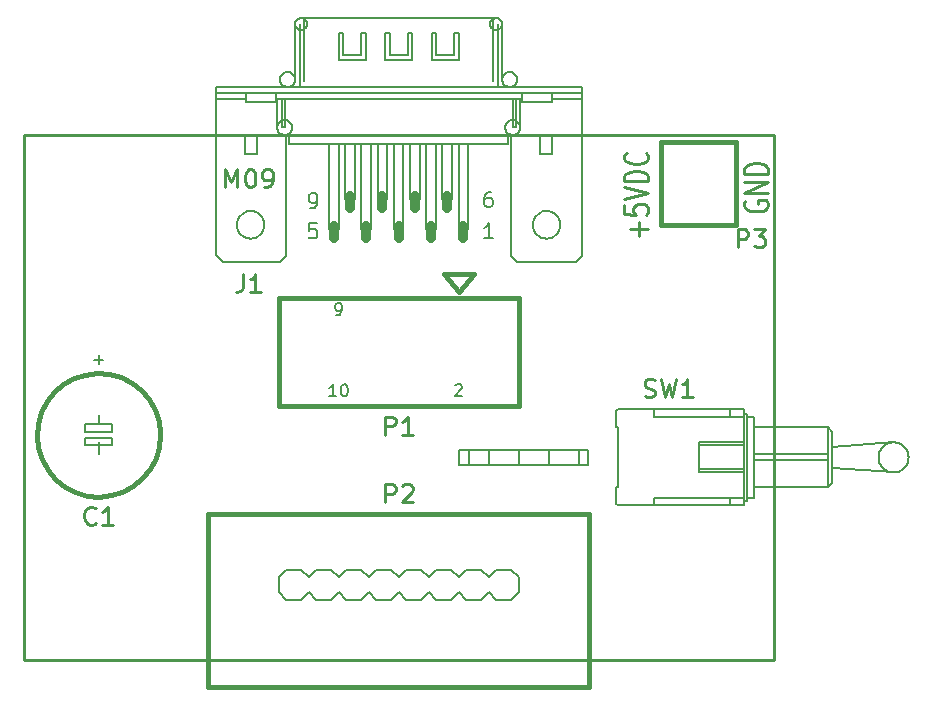
<source format=gto>
G04 (created by PCBNEW-RS274X (2010-03-14)-final) date Tue 08 Feb 2011 04:32:16 PM PST*
G01*
G70*
G90*
%MOIN*%
G04 Gerber Fmt 3.4, Leading zero omitted, Abs format*
%FSLAX34Y34*%
G04 APERTURE LIST*
%ADD10C,0.006000*%
%ADD11C,0.009000*%
%ADD12C,0.010000*%
%ADD13C,0.008000*%
%ADD14C,0.032000*%
%ADD15C,0.015000*%
%ADD16C,0.005000*%
%ADD17C,0.006700*%
G04 APERTURE END LIST*
G54D10*
G54D11*
X38500Y-39000D02*
X38500Y-56500D01*
X63500Y-39000D02*
X38500Y-39000D01*
X63500Y-56500D02*
X63500Y-39000D01*
X38500Y-56500D02*
X63500Y-56500D01*
G54D12*
X59019Y-42371D02*
X59019Y-41914D01*
X59324Y-42143D02*
X58714Y-42143D01*
X58524Y-41342D02*
X58524Y-41628D01*
X58905Y-41657D01*
X58867Y-41628D01*
X58829Y-41571D01*
X58829Y-41428D01*
X58867Y-41371D01*
X58905Y-41342D01*
X58981Y-41314D01*
X59171Y-41314D01*
X59248Y-41342D01*
X59286Y-41371D01*
X59324Y-41428D01*
X59324Y-41571D01*
X59286Y-41628D01*
X59248Y-41657D01*
X58524Y-41143D02*
X59324Y-40943D01*
X58524Y-40743D01*
X59324Y-40543D02*
X58524Y-40543D01*
X58524Y-40400D01*
X58562Y-40315D01*
X58638Y-40257D01*
X58714Y-40229D01*
X58867Y-40200D01*
X58981Y-40200D01*
X59133Y-40229D01*
X59210Y-40257D01*
X59286Y-40315D01*
X59324Y-40400D01*
X59324Y-40543D01*
X59248Y-39600D02*
X59286Y-39629D01*
X59324Y-39715D01*
X59324Y-39772D01*
X59286Y-39857D01*
X59210Y-39915D01*
X59133Y-39943D01*
X58981Y-39972D01*
X58867Y-39972D01*
X58714Y-39943D01*
X58638Y-39915D01*
X58562Y-39857D01*
X58524Y-39772D01*
X58524Y-39715D01*
X58562Y-39629D01*
X58600Y-39600D01*
X62562Y-41207D02*
X62524Y-41264D01*
X62524Y-41350D01*
X62562Y-41435D01*
X62638Y-41493D01*
X62714Y-41521D01*
X62867Y-41550D01*
X62981Y-41550D01*
X63133Y-41521D01*
X63210Y-41493D01*
X63286Y-41435D01*
X63324Y-41350D01*
X63324Y-41293D01*
X63286Y-41207D01*
X63248Y-41178D01*
X62981Y-41178D01*
X62981Y-41293D01*
X63324Y-40921D02*
X62524Y-40921D01*
X63324Y-40578D01*
X62524Y-40578D01*
X63324Y-40292D02*
X62524Y-40292D01*
X62524Y-40149D01*
X62562Y-40064D01*
X62638Y-40006D01*
X62714Y-39978D01*
X62867Y-39949D01*
X62981Y-39949D01*
X63133Y-39978D01*
X63210Y-40006D01*
X63286Y-40064D01*
X63324Y-40149D01*
X63324Y-40292D01*
G54D13*
X47200Y-37800D02*
X47100Y-37800D01*
X47100Y-37800D02*
X47100Y-38750D01*
X47200Y-38750D02*
X47100Y-38750D01*
X47200Y-37800D02*
X47200Y-38750D01*
X54900Y-37800D02*
X54800Y-37800D01*
X54800Y-37800D02*
X54800Y-38750D01*
X54900Y-38750D02*
X54800Y-38750D01*
X54900Y-37800D02*
X54900Y-38750D01*
X46270Y-39000D02*
X45870Y-39000D01*
X45870Y-39000D02*
X45870Y-39650D01*
X46270Y-39650D02*
X45870Y-39650D01*
X46270Y-39000D02*
X46270Y-39650D01*
X56130Y-39000D02*
X55730Y-39000D01*
X55730Y-39000D02*
X55730Y-39650D01*
X56130Y-39650D02*
X55730Y-39650D01*
X56130Y-39000D02*
X56130Y-39650D01*
X54650Y-39000D02*
X47350Y-39000D01*
X47350Y-39000D02*
X47350Y-39300D01*
X54650Y-39300D02*
X47350Y-39300D01*
X54650Y-39000D02*
X54650Y-39300D01*
X57100Y-37400D02*
X44900Y-37400D01*
X44900Y-37400D02*
X44900Y-37600D01*
X57100Y-37600D02*
X44900Y-37600D01*
X57100Y-37400D02*
X57100Y-37600D01*
X53320Y-39300D02*
X53000Y-39300D01*
X53000Y-39300D02*
X53000Y-42150D01*
X53320Y-42150D02*
X53000Y-42150D01*
X53320Y-39300D02*
X53320Y-42150D01*
X52780Y-39300D02*
X52460Y-39300D01*
X52460Y-39300D02*
X52460Y-41150D01*
X52780Y-41150D02*
X52460Y-41150D01*
X52780Y-39300D02*
X52780Y-41150D01*
X52240Y-39300D02*
X51920Y-39300D01*
X51920Y-39300D02*
X51920Y-42150D01*
X52240Y-42150D02*
X51920Y-42150D01*
X52240Y-39300D02*
X52240Y-42150D01*
X51700Y-39300D02*
X51380Y-39300D01*
X51380Y-39300D02*
X51380Y-41150D01*
X51700Y-41150D02*
X51380Y-41150D01*
X51700Y-39300D02*
X51700Y-41150D01*
X51160Y-39300D02*
X50840Y-39300D01*
X50840Y-39300D02*
X50840Y-42150D01*
X51160Y-42150D02*
X50840Y-42150D01*
X51160Y-39300D02*
X51160Y-42150D01*
X50620Y-39300D02*
X50300Y-39300D01*
X50300Y-39300D02*
X50300Y-41150D01*
X50620Y-41150D02*
X50300Y-41150D01*
X50620Y-39300D02*
X50620Y-41150D01*
X50080Y-39300D02*
X49760Y-39300D01*
X49760Y-39300D02*
X49760Y-42150D01*
X50080Y-42150D02*
X49760Y-42150D01*
X50080Y-39300D02*
X50080Y-42150D01*
X49540Y-39300D02*
X49220Y-39300D01*
X49220Y-39300D02*
X49220Y-41150D01*
X49540Y-41150D02*
X49220Y-41150D01*
X49540Y-39300D02*
X49540Y-41150D01*
X49000Y-39300D02*
X48680Y-39300D01*
X48680Y-39300D02*
X48680Y-42150D01*
X49000Y-42150D02*
X48680Y-42150D01*
X49000Y-39300D02*
X49000Y-42150D01*
G54D10*
X47750Y-35101D02*
X47850Y-35101D01*
X47700Y-37400D02*
X47700Y-35300D01*
X47700Y-37400D02*
X54300Y-37400D01*
X54300Y-37400D02*
X54300Y-35300D01*
X44900Y-39000D02*
X46900Y-39000D01*
X44900Y-39000D02*
X44900Y-37800D01*
X44900Y-39000D02*
X44900Y-39050D01*
X44900Y-37800D02*
X45900Y-37800D01*
X44900Y-37800D02*
X44900Y-37600D01*
X44900Y-37600D02*
X44900Y-37400D01*
X57100Y-37400D02*
X57100Y-37600D01*
X57100Y-37600D02*
X57100Y-37800D01*
X57100Y-37800D02*
X57100Y-39000D01*
X57100Y-39000D02*
X57100Y-39050D01*
X45900Y-37900D02*
X46900Y-37900D01*
X44900Y-37600D02*
X45900Y-37600D01*
X45900Y-37600D02*
X46900Y-37600D01*
X45900Y-37800D02*
X45900Y-37600D01*
X45900Y-37800D02*
X45900Y-37900D01*
X46900Y-37900D02*
X46900Y-37800D01*
X46900Y-37800D02*
X46900Y-37600D01*
X44900Y-39050D02*
X46900Y-39050D01*
X46900Y-39050D02*
X46900Y-39000D01*
X46900Y-37800D02*
X46950Y-37800D01*
X46950Y-37800D02*
X55050Y-37800D01*
X46900Y-39000D02*
X47250Y-39000D01*
X47250Y-39000D02*
X47350Y-39000D01*
X46950Y-38750D02*
X46950Y-37800D01*
X47350Y-39000D02*
X47350Y-39300D01*
X47350Y-39000D02*
X54650Y-39000D01*
X47350Y-39300D02*
X54650Y-39300D01*
X54650Y-39000D02*
X54650Y-39300D01*
X54650Y-39000D02*
X54750Y-39000D01*
X54750Y-39000D02*
X54800Y-39000D01*
X54800Y-39000D02*
X55100Y-39000D01*
X55100Y-39050D02*
X57100Y-39050D01*
X56100Y-37800D02*
X56100Y-37600D01*
X56100Y-37800D02*
X57100Y-37800D01*
X56100Y-37600D02*
X57100Y-37600D01*
X55100Y-37900D02*
X56100Y-37900D01*
X56100Y-37800D02*
X56100Y-37900D01*
X46900Y-37600D02*
X55100Y-37600D01*
X55100Y-37600D02*
X56100Y-37600D01*
X55100Y-37900D02*
X55100Y-37800D01*
X55100Y-37800D02*
X55100Y-37600D01*
X55050Y-38750D02*
X55050Y-37800D01*
X55050Y-37800D02*
X55100Y-37800D01*
X45150Y-43250D02*
X44900Y-43000D01*
X44900Y-43000D02*
X44900Y-39050D01*
X47050Y-43250D02*
X45150Y-43250D01*
X47050Y-43250D02*
X47250Y-43050D01*
X47250Y-43050D02*
X47250Y-39000D01*
X54750Y-43050D02*
X54750Y-39000D01*
X54750Y-43050D02*
X54950Y-43250D01*
X54950Y-43250D02*
X56900Y-43250D01*
X56900Y-43250D02*
X57100Y-43050D01*
X57100Y-43050D02*
X57100Y-39050D01*
X53000Y-36500D02*
X52100Y-36500D01*
X52100Y-36500D02*
X52100Y-35600D01*
X52100Y-35600D02*
X52250Y-35600D01*
X52250Y-35600D02*
X52250Y-36351D01*
X52250Y-36351D02*
X52850Y-36351D01*
X52850Y-36351D02*
X52850Y-35600D01*
X52850Y-35600D02*
X53000Y-35600D01*
X53000Y-35600D02*
X53000Y-36500D01*
X51450Y-36500D02*
X50550Y-36500D01*
X50550Y-36500D02*
X50550Y-35600D01*
X50550Y-35600D02*
X50700Y-35600D01*
X50700Y-35600D02*
X50700Y-36351D01*
X50700Y-36351D02*
X51300Y-36351D01*
X51300Y-36351D02*
X51300Y-35600D01*
X51300Y-35600D02*
X51450Y-35600D01*
X51450Y-35600D02*
X51450Y-36500D01*
X49900Y-36500D02*
X49000Y-36500D01*
X49000Y-36500D02*
X49000Y-35600D01*
X49000Y-35600D02*
X49150Y-35600D01*
X49150Y-35600D02*
X49150Y-36351D01*
X49150Y-36351D02*
X49750Y-36351D01*
X49750Y-36351D02*
X49750Y-35600D01*
X49750Y-35600D02*
X49900Y-35600D01*
X49900Y-35600D02*
X49900Y-36500D01*
X55100Y-39050D02*
X55100Y-39000D01*
X55100Y-39000D02*
X57100Y-39000D01*
X54300Y-37400D02*
X54700Y-37400D01*
X54700Y-37400D02*
X57100Y-37400D01*
X54449Y-37150D02*
X54449Y-35300D01*
X44900Y-37400D02*
X47300Y-37400D01*
X47300Y-37400D02*
X47700Y-37400D01*
X47551Y-37150D02*
X47551Y-35300D01*
X54150Y-37200D02*
X54150Y-35101D01*
X54150Y-35101D02*
X54250Y-35101D01*
X47850Y-37200D02*
X47850Y-35101D01*
X47850Y-35101D02*
X54150Y-35101D01*
G54D14*
X51000Y-42450D02*
X51000Y-42050D01*
X49920Y-42450D02*
X49920Y-42050D01*
X48840Y-42450D02*
X48840Y-42050D01*
X49380Y-41450D02*
X49380Y-41050D01*
X50460Y-41450D02*
X50460Y-41050D01*
X51540Y-41450D02*
X51540Y-41050D01*
X52080Y-42450D02*
X52080Y-42050D01*
X52620Y-41450D02*
X52620Y-41050D01*
X53160Y-42450D02*
X53160Y-42050D01*
G54D10*
X46529Y-42000D02*
X46520Y-42089D01*
X46494Y-42174D01*
X46452Y-42254D01*
X46395Y-42323D01*
X46326Y-42380D01*
X46247Y-42423D01*
X46162Y-42449D01*
X46073Y-42458D01*
X45984Y-42450D01*
X45899Y-42425D01*
X45819Y-42384D01*
X45749Y-42327D01*
X45692Y-42259D01*
X45649Y-42180D01*
X45622Y-42095D01*
X45612Y-42006D01*
X45619Y-41918D01*
X45644Y-41832D01*
X45685Y-41752D01*
X45740Y-41682D01*
X45809Y-41624D01*
X45887Y-41580D01*
X45972Y-41552D01*
X46061Y-41542D01*
X46149Y-41548D01*
X46235Y-41573D01*
X46315Y-41613D01*
X46386Y-41668D01*
X46445Y-41736D01*
X46489Y-41814D01*
X46517Y-41899D01*
X46528Y-41988D01*
X46529Y-42000D01*
X56389Y-42000D02*
X56380Y-42089D01*
X56354Y-42174D01*
X56312Y-42254D01*
X56255Y-42323D01*
X56186Y-42380D01*
X56107Y-42423D01*
X56022Y-42449D01*
X55933Y-42458D01*
X55844Y-42450D01*
X55759Y-42425D01*
X55679Y-42384D01*
X55609Y-42327D01*
X55552Y-42259D01*
X55509Y-42180D01*
X55482Y-42095D01*
X55472Y-42006D01*
X55479Y-41918D01*
X55504Y-41832D01*
X55545Y-41752D01*
X55600Y-41682D01*
X55669Y-41624D01*
X55747Y-41580D01*
X55832Y-41552D01*
X55921Y-41542D01*
X56009Y-41548D01*
X56095Y-41573D01*
X56175Y-41613D01*
X56246Y-41668D01*
X56305Y-41736D01*
X56349Y-41814D01*
X56377Y-41899D01*
X56388Y-41988D01*
X56389Y-42000D01*
X47750Y-35101D02*
X47733Y-35102D01*
X47716Y-35105D01*
X47699Y-35108D01*
X47682Y-35114D01*
X47666Y-35120D01*
X47651Y-35128D01*
X47636Y-35137D01*
X47623Y-35148D01*
X47610Y-35160D01*
X47598Y-35173D01*
X47587Y-35186D01*
X47578Y-35201D01*
X47570Y-35216D01*
X47564Y-35232D01*
X47558Y-35249D01*
X47555Y-35266D01*
X47552Y-35283D01*
X47551Y-35300D01*
X47552Y-35317D01*
X47555Y-35334D01*
X47558Y-35351D01*
X47564Y-35368D01*
X47570Y-35384D01*
X47578Y-35399D01*
X47587Y-35414D01*
X47598Y-35427D01*
X47610Y-35440D01*
X47623Y-35452D01*
X47636Y-35463D01*
X47651Y-35472D01*
X47666Y-35480D01*
X47682Y-35486D01*
X47699Y-35492D01*
X47716Y-35495D01*
X47733Y-35498D01*
X47750Y-35499D01*
X47767Y-35498D01*
X47784Y-35495D01*
X47801Y-35492D01*
X47818Y-35486D01*
X47834Y-35480D01*
X47849Y-35472D01*
X47864Y-35463D01*
X47877Y-35452D01*
X47890Y-35440D01*
X47902Y-35427D01*
X47913Y-35414D01*
X47922Y-35399D01*
X47930Y-35384D01*
X47936Y-35368D01*
X47942Y-35351D01*
X47945Y-35334D01*
X47948Y-35317D01*
X47949Y-35300D01*
X47948Y-35283D01*
X47945Y-35266D01*
X47942Y-35249D01*
X47936Y-35232D01*
X47930Y-35216D01*
X47922Y-35201D01*
X47913Y-35186D01*
X47902Y-35173D01*
X47890Y-35160D01*
X47877Y-35148D01*
X47864Y-35137D01*
X47849Y-35128D01*
X47834Y-35120D01*
X47818Y-35114D01*
X47801Y-35108D01*
X47784Y-35105D01*
X47767Y-35102D01*
X47750Y-35101D01*
X47733Y-35102D01*
X47716Y-35105D01*
X47699Y-35108D01*
X47682Y-35114D01*
X47666Y-35120D01*
X47651Y-35128D01*
X47636Y-35137D01*
X47623Y-35148D01*
X47610Y-35160D01*
X47598Y-35173D01*
X47587Y-35186D01*
X47578Y-35201D01*
X47570Y-35216D01*
X47564Y-35232D01*
X47558Y-35249D01*
X47555Y-35266D01*
X47552Y-35283D01*
X47551Y-35300D01*
X54449Y-35300D02*
X54448Y-35283D01*
X54445Y-35266D01*
X54442Y-35249D01*
X54436Y-35232D01*
X54430Y-35216D01*
X54422Y-35201D01*
X54413Y-35186D01*
X54402Y-35173D01*
X54390Y-35160D01*
X54377Y-35148D01*
X54364Y-35137D01*
X54349Y-35128D01*
X54334Y-35120D01*
X54318Y-35114D01*
X54301Y-35108D01*
X54284Y-35105D01*
X54267Y-35102D01*
X54250Y-35101D01*
X54233Y-35102D01*
X54216Y-35105D01*
X54199Y-35108D01*
X54182Y-35114D01*
X54166Y-35120D01*
X54151Y-35128D01*
X54136Y-35137D01*
X54123Y-35148D01*
X54110Y-35160D01*
X54098Y-35173D01*
X54087Y-35186D01*
X54078Y-35201D01*
X54070Y-35216D01*
X54064Y-35232D01*
X54058Y-35249D01*
X54055Y-35266D01*
X54052Y-35283D01*
X54051Y-35300D01*
X54052Y-35317D01*
X54055Y-35334D01*
X54058Y-35351D01*
X54064Y-35368D01*
X54070Y-35384D01*
X54078Y-35399D01*
X54087Y-35414D01*
X54098Y-35427D01*
X54110Y-35440D01*
X54123Y-35452D01*
X54136Y-35463D01*
X54151Y-35472D01*
X54166Y-35480D01*
X54182Y-35486D01*
X54199Y-35492D01*
X54216Y-35495D01*
X54233Y-35498D01*
X54250Y-35499D01*
X54267Y-35498D01*
X54284Y-35495D01*
X54301Y-35492D01*
X54318Y-35486D01*
X54334Y-35480D01*
X54349Y-35472D01*
X54364Y-35463D01*
X54377Y-35452D01*
X54390Y-35440D01*
X54402Y-35427D01*
X54413Y-35414D01*
X54422Y-35399D01*
X54430Y-35384D01*
X54436Y-35368D01*
X54442Y-35351D01*
X54445Y-35334D01*
X54448Y-35317D01*
X54449Y-35300D01*
X54448Y-35283D01*
X54445Y-35266D01*
X54442Y-35249D01*
X54436Y-35232D01*
X54430Y-35216D01*
X54422Y-35201D01*
X54413Y-35186D01*
X54402Y-35173D01*
X54390Y-35160D01*
X54377Y-35148D01*
X54364Y-35137D01*
X54349Y-35128D01*
X54334Y-35120D01*
X54318Y-35114D01*
X54301Y-35108D01*
X54284Y-35105D01*
X54267Y-35102D01*
X54250Y-35101D01*
X46950Y-38750D02*
X46951Y-38771D01*
X46954Y-38793D01*
X46959Y-38814D01*
X46966Y-38835D01*
X46974Y-38855D01*
X46984Y-38874D01*
X46996Y-38893D01*
X47009Y-38910D01*
X47024Y-38926D01*
X47040Y-38941D01*
X47057Y-38954D01*
X47076Y-38966D01*
X47095Y-38976D01*
X47115Y-38984D01*
X47136Y-38991D01*
X47157Y-38996D01*
X47179Y-38999D01*
X47200Y-39000D01*
X47221Y-38999D01*
X47243Y-38996D01*
X47264Y-38991D01*
X47285Y-38984D01*
X47305Y-38976D01*
X47324Y-38966D01*
X47343Y-38954D01*
X47360Y-38941D01*
X47376Y-38926D01*
X47391Y-38910D01*
X47404Y-38893D01*
X47416Y-38874D01*
X47426Y-38855D01*
X47434Y-38835D01*
X47441Y-38814D01*
X47446Y-38793D01*
X47449Y-38771D01*
X47450Y-38750D01*
X47449Y-38729D01*
X47446Y-38707D01*
X47441Y-38686D01*
X47434Y-38665D01*
X47426Y-38645D01*
X47416Y-38625D01*
X47404Y-38607D01*
X47391Y-38590D01*
X47376Y-38574D01*
X47360Y-38559D01*
X47343Y-38546D01*
X47325Y-38534D01*
X47305Y-38524D01*
X47285Y-38516D01*
X47264Y-38509D01*
X47243Y-38504D01*
X47221Y-38501D01*
X47200Y-38500D01*
X47179Y-38501D01*
X47157Y-38504D01*
X47136Y-38509D01*
X47115Y-38516D01*
X47095Y-38524D01*
X47075Y-38534D01*
X47057Y-38546D01*
X47040Y-38559D01*
X47024Y-38574D01*
X47009Y-38590D01*
X46996Y-38607D01*
X46984Y-38625D01*
X46974Y-38645D01*
X46966Y-38665D01*
X46959Y-38686D01*
X46954Y-38707D01*
X46951Y-38729D01*
X46950Y-38750D01*
X46951Y-38771D01*
X46954Y-38793D01*
X46959Y-38814D01*
X46966Y-38835D01*
X46974Y-38855D01*
X46984Y-38874D01*
X46996Y-38893D01*
X47009Y-38910D01*
X47024Y-38926D01*
X47040Y-38941D01*
X47057Y-38954D01*
X47076Y-38966D01*
X47095Y-38976D01*
X47115Y-38984D01*
X47136Y-38991D01*
X47157Y-38996D01*
X47179Y-38999D01*
X47200Y-39000D01*
X54800Y-39000D02*
X54821Y-38999D01*
X54843Y-38996D01*
X54864Y-38991D01*
X54885Y-38984D01*
X54905Y-38976D01*
X54924Y-38966D01*
X54943Y-38954D01*
X54960Y-38941D01*
X54976Y-38926D01*
X54991Y-38910D01*
X55004Y-38893D01*
X55016Y-38874D01*
X55026Y-38855D01*
X55034Y-38835D01*
X55041Y-38814D01*
X55046Y-38793D01*
X55049Y-38771D01*
X55050Y-38750D01*
X55049Y-38729D01*
X55046Y-38707D01*
X55041Y-38686D01*
X55034Y-38665D01*
X55026Y-38645D01*
X55016Y-38625D01*
X55004Y-38607D01*
X54991Y-38590D01*
X54976Y-38574D01*
X54960Y-38559D01*
X54943Y-38546D01*
X54925Y-38534D01*
X54905Y-38524D01*
X54885Y-38516D01*
X54864Y-38509D01*
X54843Y-38504D01*
X54821Y-38501D01*
X54800Y-38500D01*
X54779Y-38501D01*
X54757Y-38504D01*
X54736Y-38509D01*
X54715Y-38516D01*
X54695Y-38524D01*
X54675Y-38534D01*
X54657Y-38546D01*
X54640Y-38559D01*
X54624Y-38574D01*
X54609Y-38590D01*
X54596Y-38607D01*
X54584Y-38625D01*
X54574Y-38645D01*
X54566Y-38665D01*
X54559Y-38686D01*
X54554Y-38707D01*
X54551Y-38729D01*
X54550Y-38750D01*
X54551Y-38771D01*
X54554Y-38793D01*
X54559Y-38814D01*
X54566Y-38835D01*
X54574Y-38855D01*
X54584Y-38874D01*
X54596Y-38893D01*
X54609Y-38910D01*
X54624Y-38926D01*
X54640Y-38941D01*
X54657Y-38954D01*
X54676Y-38966D01*
X54695Y-38976D01*
X54715Y-38984D01*
X54736Y-38991D01*
X54757Y-38996D01*
X54779Y-38999D01*
X54800Y-39000D01*
X54821Y-38999D01*
X54843Y-38996D01*
X54864Y-38991D01*
X54885Y-38984D01*
X54905Y-38976D01*
X54925Y-38966D01*
X54943Y-38954D01*
X54960Y-38941D01*
X54976Y-38926D01*
X54991Y-38910D01*
X55004Y-38893D01*
X55016Y-38874D01*
X55026Y-38855D01*
X55034Y-38835D01*
X55041Y-38814D01*
X55046Y-38793D01*
X55049Y-38771D01*
X55050Y-38750D01*
X54450Y-37150D02*
X54451Y-37171D01*
X54454Y-37193D01*
X54459Y-37214D01*
X54466Y-37235D01*
X54474Y-37255D01*
X54484Y-37274D01*
X54496Y-37293D01*
X54509Y-37310D01*
X54524Y-37326D01*
X54540Y-37341D01*
X54557Y-37354D01*
X54576Y-37366D01*
X54595Y-37376D01*
X54615Y-37384D01*
X54636Y-37391D01*
X54657Y-37396D01*
X54679Y-37399D01*
X54700Y-37400D01*
X54721Y-37399D01*
X54743Y-37396D01*
X54764Y-37391D01*
X54785Y-37384D01*
X54805Y-37376D01*
X54824Y-37366D01*
X54843Y-37354D01*
X54860Y-37341D01*
X54876Y-37326D01*
X54891Y-37310D01*
X54904Y-37293D01*
X54916Y-37274D01*
X54926Y-37255D01*
X54934Y-37235D01*
X54941Y-37214D01*
X54946Y-37193D01*
X54949Y-37171D01*
X54950Y-37150D01*
X54949Y-37129D01*
X54946Y-37107D01*
X54941Y-37086D01*
X54934Y-37065D01*
X54926Y-37045D01*
X54916Y-37025D01*
X54904Y-37007D01*
X54891Y-36990D01*
X54876Y-36974D01*
X54860Y-36959D01*
X54843Y-36946D01*
X54825Y-36934D01*
X54805Y-36924D01*
X54785Y-36916D01*
X54764Y-36909D01*
X54743Y-36904D01*
X54721Y-36901D01*
X54700Y-36900D01*
X54679Y-36901D01*
X54657Y-36904D01*
X54636Y-36909D01*
X54615Y-36916D01*
X54595Y-36924D01*
X54575Y-36934D01*
X54557Y-36946D01*
X54540Y-36959D01*
X54524Y-36974D01*
X54509Y-36990D01*
X54496Y-37007D01*
X54484Y-37025D01*
X54474Y-37045D01*
X54466Y-37065D01*
X54459Y-37086D01*
X54454Y-37107D01*
X54451Y-37129D01*
X54450Y-37150D01*
X54451Y-37171D01*
X54454Y-37193D01*
X54459Y-37214D01*
X54466Y-37235D01*
X54474Y-37255D01*
X54484Y-37274D01*
X54496Y-37293D01*
X54509Y-37310D01*
X54524Y-37326D01*
X54540Y-37341D01*
X54557Y-37354D01*
X54576Y-37366D01*
X54595Y-37376D01*
X54615Y-37384D01*
X54636Y-37391D01*
X54657Y-37396D01*
X54679Y-37399D01*
X54700Y-37400D01*
X47300Y-37401D02*
X47321Y-37400D01*
X47343Y-37397D01*
X47364Y-37392D01*
X47385Y-37385D01*
X47406Y-37377D01*
X47425Y-37367D01*
X47443Y-37355D01*
X47461Y-37342D01*
X47477Y-37327D01*
X47492Y-37311D01*
X47505Y-37293D01*
X47517Y-37275D01*
X47527Y-37256D01*
X47535Y-37235D01*
X47542Y-37214D01*
X47547Y-37193D01*
X47550Y-37171D01*
X47551Y-37150D01*
X47550Y-37129D01*
X47547Y-37107D01*
X47542Y-37086D01*
X47535Y-37065D01*
X47527Y-37044D01*
X47517Y-37025D01*
X47505Y-37007D01*
X47492Y-36989D01*
X47477Y-36973D01*
X47461Y-36958D01*
X47443Y-36945D01*
X47425Y-36933D01*
X47406Y-36923D01*
X47385Y-36915D01*
X47364Y-36908D01*
X47343Y-36903D01*
X47321Y-36900D01*
X47300Y-36899D01*
X47279Y-36900D01*
X47257Y-36903D01*
X47236Y-36908D01*
X47215Y-36915D01*
X47194Y-36923D01*
X47175Y-36933D01*
X47157Y-36945D01*
X47139Y-36958D01*
X47123Y-36973D01*
X47108Y-36989D01*
X47095Y-37007D01*
X47083Y-37025D01*
X47073Y-37044D01*
X47065Y-37065D01*
X47058Y-37086D01*
X47053Y-37107D01*
X47050Y-37129D01*
X47049Y-37150D01*
X47050Y-37171D01*
X47053Y-37193D01*
X47058Y-37214D01*
X47065Y-37235D01*
X47073Y-37256D01*
X47083Y-37275D01*
X47095Y-37293D01*
X47108Y-37311D01*
X47123Y-37327D01*
X47139Y-37342D01*
X47157Y-37355D01*
X47175Y-37367D01*
X47194Y-37377D01*
X47215Y-37385D01*
X47236Y-37392D01*
X47257Y-37397D01*
X47279Y-37400D01*
X47300Y-37401D01*
X47321Y-37400D01*
X47343Y-37397D01*
X47364Y-37392D01*
X47385Y-37385D01*
X47406Y-37377D01*
X47425Y-37367D01*
X47443Y-37355D01*
X47461Y-37342D01*
X47477Y-37327D01*
X47492Y-37311D01*
X47505Y-37293D01*
X47517Y-37275D01*
X47527Y-37256D01*
X47535Y-37235D01*
X47542Y-37214D01*
X47547Y-37193D01*
X47550Y-37171D01*
X47551Y-37150D01*
G54D13*
X57300Y-50000D02*
X57300Y-49500D01*
X57300Y-49500D02*
X57000Y-49500D01*
X57000Y-50000D02*
X57000Y-49500D01*
X57300Y-50000D02*
X57000Y-50000D01*
X56000Y-50000D02*
X56000Y-49500D01*
X56000Y-49500D02*
X55000Y-49500D01*
X55000Y-50000D02*
X55000Y-49500D01*
X56000Y-50000D02*
X55000Y-50000D01*
X54000Y-50000D02*
X54000Y-49500D01*
X54000Y-49500D02*
X53000Y-49500D01*
X53000Y-50000D02*
X53000Y-49500D01*
X54000Y-50000D02*
X53000Y-50000D01*
X57000Y-50000D02*
X57000Y-49500D01*
X57000Y-49500D02*
X56000Y-49500D01*
X56000Y-50000D02*
X56000Y-49500D01*
X57000Y-50000D02*
X56000Y-50000D01*
X55000Y-50000D02*
X55000Y-49500D01*
X55000Y-49500D02*
X54000Y-49500D01*
X54000Y-50000D02*
X54000Y-49500D01*
X55000Y-50000D02*
X54000Y-50000D01*
X54000Y-50000D02*
X54000Y-49500D01*
X54000Y-49500D02*
X53350Y-49500D01*
X53350Y-50000D02*
X53350Y-49500D01*
X54000Y-50000D02*
X53350Y-50000D01*
X62500Y-48400D02*
X62500Y-48150D01*
X62500Y-48150D02*
X62050Y-48150D01*
X62050Y-48400D02*
X62050Y-48150D01*
X62500Y-48400D02*
X62050Y-48400D01*
X62050Y-48400D02*
X62050Y-48150D01*
X62050Y-48150D02*
X59500Y-48150D01*
X59500Y-48400D02*
X59500Y-48150D01*
X62050Y-48400D02*
X59500Y-48400D01*
X62500Y-50150D02*
X62500Y-49350D01*
X62500Y-49350D02*
X61000Y-49350D01*
X61000Y-50150D02*
X61000Y-49350D01*
X62500Y-50150D02*
X61000Y-50150D01*
X62500Y-50250D02*
X62500Y-50150D01*
X62500Y-50150D02*
X61000Y-50150D01*
X61000Y-50250D02*
X61000Y-50150D01*
X62500Y-50250D02*
X61000Y-50250D01*
X62500Y-49350D02*
X62500Y-49250D01*
X62500Y-49250D02*
X61000Y-49250D01*
X61000Y-49350D02*
X61000Y-49250D01*
X62500Y-49350D02*
X61000Y-49350D01*
X62500Y-51350D02*
X62500Y-51100D01*
X62500Y-51100D02*
X62050Y-51100D01*
X62050Y-51350D02*
X62050Y-51100D01*
X62500Y-51350D02*
X62050Y-51350D01*
X62050Y-51350D02*
X62050Y-51100D01*
X62050Y-51100D02*
X59500Y-51100D01*
X59500Y-51350D02*
X59500Y-51100D01*
X62050Y-51350D02*
X59500Y-51350D01*
G54D10*
X62500Y-51350D02*
X58300Y-51350D01*
X62500Y-51350D02*
X62500Y-51200D01*
X62500Y-51200D02*
X62600Y-51200D01*
X62600Y-48300D02*
X62600Y-48400D01*
X62600Y-48300D02*
X62500Y-48300D01*
X62500Y-48300D02*
X62500Y-48150D01*
X62600Y-51100D02*
X62850Y-51100D01*
X62600Y-51100D02*
X62600Y-51200D01*
X62850Y-48400D02*
X62850Y-48750D01*
X62850Y-48400D02*
X62600Y-48400D01*
X65300Y-48750D02*
X65300Y-49650D01*
X65300Y-50750D02*
X65450Y-50600D01*
X65450Y-50600D02*
X65450Y-50100D01*
X65300Y-48750D02*
X65450Y-48900D01*
X65300Y-49650D02*
X62850Y-49650D01*
X65300Y-49650D02*
X65300Y-49850D01*
X62850Y-49650D02*
X62850Y-49850D01*
X65300Y-49850D02*
X62850Y-49850D01*
X65300Y-49850D02*
X65300Y-50750D01*
X65450Y-50100D02*
X67500Y-50250D01*
X67500Y-49250D02*
X65450Y-49400D01*
X65450Y-49400D02*
X65450Y-48900D01*
X65450Y-50100D02*
X65450Y-49400D01*
X58250Y-48200D02*
X58250Y-48750D01*
X58300Y-48750D02*
X58250Y-48750D01*
X58300Y-50750D02*
X58250Y-50750D01*
X58250Y-48200D02*
X58300Y-48150D01*
X58300Y-48150D02*
X62500Y-48150D01*
X58300Y-51350D02*
X58250Y-51300D01*
X58250Y-51300D02*
X58250Y-50750D01*
X58300Y-50750D02*
X58300Y-48750D01*
X62850Y-48750D02*
X63050Y-48750D01*
X63050Y-48750D02*
X65300Y-48750D01*
X62850Y-48750D02*
X62850Y-49200D01*
X62850Y-49200D02*
X62850Y-49650D01*
X62600Y-48400D02*
X62600Y-49300D01*
X62500Y-48300D02*
X62500Y-49300D01*
X62500Y-50150D02*
X62500Y-49300D01*
X62500Y-50150D02*
X62500Y-51200D01*
X62600Y-50200D02*
X62600Y-49300D01*
X62600Y-50200D02*
X62600Y-51100D01*
X62850Y-50300D02*
X62850Y-49850D01*
X62850Y-50300D02*
X62850Y-50750D01*
X62850Y-50750D02*
X62850Y-51100D01*
X62850Y-50750D02*
X63050Y-50750D01*
X63050Y-50750D02*
X65300Y-50750D01*
X67500Y-50250D02*
X67543Y-50248D01*
X67586Y-50242D01*
X67629Y-50232D01*
X67671Y-50219D01*
X67711Y-50203D01*
X67749Y-50183D01*
X67786Y-50159D01*
X67821Y-50133D01*
X67853Y-50103D01*
X67883Y-50071D01*
X67909Y-50036D01*
X67933Y-49999D01*
X67953Y-49961D01*
X67969Y-49921D01*
X67982Y-49879D01*
X67992Y-49836D01*
X67998Y-49793D01*
X68000Y-49750D01*
X67998Y-49707D01*
X67992Y-49664D01*
X67982Y-49621D01*
X67969Y-49579D01*
X67953Y-49539D01*
X67933Y-49500D01*
X67909Y-49464D01*
X67883Y-49429D01*
X67853Y-49397D01*
X67821Y-49367D01*
X67786Y-49341D01*
X67750Y-49317D01*
X67711Y-49297D01*
X67671Y-49281D01*
X67629Y-49268D01*
X67586Y-49258D01*
X67543Y-49252D01*
X67500Y-49250D01*
X67457Y-49252D01*
X67414Y-49258D01*
X67371Y-49268D01*
X67329Y-49281D01*
X67289Y-49297D01*
X67250Y-49317D01*
X67214Y-49341D01*
X67179Y-49367D01*
X67147Y-49397D01*
X67117Y-49429D01*
X67091Y-49464D01*
X67067Y-49500D01*
X67047Y-49539D01*
X67031Y-49579D01*
X67018Y-49621D01*
X67008Y-49664D01*
X67002Y-49707D01*
X67000Y-49750D01*
X67002Y-49793D01*
X67008Y-49836D01*
X67018Y-49879D01*
X67031Y-49921D01*
X67047Y-49961D01*
X67067Y-49999D01*
X67091Y-50036D01*
X67117Y-50071D01*
X67147Y-50103D01*
X67179Y-50133D01*
X67214Y-50159D01*
X67251Y-50183D01*
X67289Y-50203D01*
X67329Y-50219D01*
X67371Y-50232D01*
X67414Y-50242D01*
X67457Y-50248D01*
X67500Y-50250D01*
X67543Y-50248D01*
X67586Y-50242D01*
X67629Y-50232D01*
X67671Y-50219D01*
X67711Y-50203D01*
X67750Y-50183D01*
X67786Y-50159D01*
X67821Y-50133D01*
X67853Y-50103D01*
X67883Y-50071D01*
X67909Y-50036D01*
X67933Y-49999D01*
X67953Y-49961D01*
X67969Y-49921D01*
X67982Y-49879D01*
X67992Y-49836D01*
X67998Y-49793D01*
X68000Y-49750D01*
X67998Y-49707D01*
X67992Y-49664D01*
X67982Y-49621D01*
X67969Y-49579D01*
X67953Y-49539D01*
X67933Y-49501D01*
X67909Y-49464D01*
X67883Y-49429D01*
X67853Y-49397D01*
X67821Y-49367D01*
X67786Y-49341D01*
X67750Y-49317D01*
X67711Y-49297D01*
X67671Y-49281D01*
X67629Y-49268D01*
X67586Y-49258D01*
X67543Y-49252D01*
X67500Y-49250D01*
G54D15*
X43061Y-49000D02*
X43021Y-49400D01*
X42905Y-49785D01*
X42716Y-50140D01*
X42462Y-50452D01*
X42152Y-50708D01*
X41798Y-50899D01*
X41414Y-51018D01*
X41014Y-51060D01*
X40614Y-51024D01*
X40228Y-50910D01*
X39872Y-50724D01*
X39558Y-50472D01*
X39300Y-50164D01*
X39106Y-49811D01*
X38985Y-49428D01*
X38940Y-49028D01*
X38973Y-48628D01*
X39084Y-48242D01*
X39268Y-47884D01*
X39518Y-47569D01*
X39824Y-47308D01*
X40175Y-47112D01*
X40558Y-46988D01*
X40957Y-46940D01*
X41357Y-46971D01*
X41745Y-47079D01*
X42104Y-47260D01*
X42421Y-47508D01*
X42684Y-47812D01*
X42882Y-48162D01*
X43009Y-48544D01*
X43060Y-48943D01*
X43061Y-49000D01*
G54D13*
X40550Y-49100D02*
X40550Y-49350D01*
X40550Y-49350D02*
X41450Y-49350D01*
X41450Y-49100D02*
X41450Y-49350D01*
X40550Y-49100D02*
X41450Y-49100D01*
G54D10*
X41000Y-48550D02*
X41000Y-48650D01*
X41000Y-48650D02*
X40550Y-48650D01*
X40550Y-48650D02*
X40550Y-48900D01*
X40550Y-48900D02*
X41450Y-48900D01*
X41450Y-48900D02*
X41450Y-48650D01*
X41450Y-48650D02*
X41000Y-48650D01*
X41000Y-49250D02*
X41000Y-49450D01*
X41150Y-46500D02*
X40850Y-46500D01*
X41000Y-46650D02*
X41000Y-46350D01*
X41000Y-49450D02*
X41000Y-49650D01*
X41000Y-48350D02*
X41000Y-48550D01*
G54D15*
X44650Y-57400D02*
X57350Y-57400D01*
X57350Y-57400D02*
X57350Y-51650D01*
X57350Y-51650D02*
X44650Y-51650D01*
X44650Y-51650D02*
X44650Y-57400D01*
G54D13*
X53250Y-53500D02*
X53750Y-53500D01*
X53750Y-53500D02*
X54000Y-53750D01*
X54000Y-54250D02*
X53750Y-54500D01*
X52000Y-53750D02*
X52250Y-53500D01*
X52250Y-53500D02*
X52750Y-53500D01*
X52750Y-53500D02*
X53000Y-53750D01*
X53000Y-54250D02*
X52750Y-54500D01*
X52750Y-54500D02*
X52250Y-54500D01*
X52250Y-54500D02*
X52000Y-54250D01*
X53250Y-53500D02*
X53000Y-53750D01*
X53000Y-54250D02*
X53250Y-54500D01*
X53750Y-54500D02*
X53250Y-54500D01*
X50250Y-53500D02*
X50750Y-53500D01*
X50750Y-53500D02*
X51000Y-53750D01*
X51000Y-54250D02*
X50750Y-54500D01*
X51000Y-53750D02*
X51250Y-53500D01*
X51250Y-53500D02*
X51750Y-53500D01*
X51750Y-53500D02*
X52000Y-53750D01*
X52000Y-54250D02*
X51750Y-54500D01*
X51750Y-54500D02*
X51250Y-54500D01*
X51250Y-54500D02*
X51000Y-54250D01*
X49000Y-53750D02*
X49250Y-53500D01*
X49250Y-53500D02*
X49750Y-53500D01*
X49750Y-53500D02*
X50000Y-53750D01*
X50000Y-54250D02*
X49750Y-54500D01*
X49750Y-54500D02*
X49250Y-54500D01*
X49250Y-54500D02*
X49000Y-54250D01*
X50250Y-53500D02*
X50000Y-53750D01*
X50000Y-54250D02*
X50250Y-54500D01*
X50750Y-54500D02*
X50250Y-54500D01*
X47250Y-53500D02*
X47750Y-53500D01*
X47750Y-53500D02*
X48000Y-53750D01*
X48000Y-54250D02*
X47750Y-54500D01*
X48000Y-53750D02*
X48250Y-53500D01*
X48250Y-53500D02*
X48750Y-53500D01*
X48750Y-53500D02*
X49000Y-53750D01*
X49000Y-54250D02*
X48750Y-54500D01*
X48750Y-54500D02*
X48250Y-54500D01*
X48250Y-54500D02*
X48000Y-54250D01*
X47000Y-53750D02*
X47000Y-54250D01*
X47250Y-53500D02*
X47000Y-53750D01*
X47000Y-54250D02*
X47250Y-54500D01*
X47750Y-54500D02*
X47250Y-54500D01*
X54250Y-53500D02*
X54750Y-53500D01*
X54750Y-53500D02*
X55000Y-53750D01*
X55000Y-53750D02*
X55000Y-54250D01*
X55000Y-54250D02*
X54750Y-54500D01*
X54250Y-53500D02*
X54000Y-53750D01*
X54000Y-54250D02*
X54250Y-54500D01*
X54750Y-54500D02*
X54250Y-54500D01*
G54D15*
X55000Y-48050D02*
X55000Y-44450D01*
X55000Y-44450D02*
X47000Y-44450D01*
X47000Y-44450D02*
X47000Y-48050D01*
X47000Y-48050D02*
X55000Y-48050D01*
X53000Y-44250D02*
X53500Y-43650D01*
X53500Y-43650D02*
X52500Y-43650D01*
X52500Y-43650D02*
X53000Y-44250D01*
X62250Y-42000D02*
X62250Y-39250D01*
X62250Y-42000D02*
X59750Y-42000D01*
X59750Y-42000D02*
X59750Y-39250D01*
X62250Y-39250D02*
X59750Y-39250D01*
G54D12*
X45800Y-43643D02*
X45800Y-44071D01*
X45772Y-44157D01*
X45715Y-44214D01*
X45629Y-44243D01*
X45572Y-44243D01*
X46400Y-44243D02*
X46057Y-44243D01*
X46229Y-44243D02*
X46229Y-43643D01*
X46172Y-43729D01*
X46114Y-43786D01*
X46057Y-43814D01*
G54D16*
X54143Y-42452D02*
X53857Y-42452D01*
X54000Y-42452D02*
X54000Y-41952D01*
X53952Y-42024D01*
X53905Y-42071D01*
X53857Y-42095D01*
X48270Y-41952D02*
X48032Y-41952D01*
X48008Y-42190D01*
X48032Y-42167D01*
X48080Y-42143D01*
X48199Y-42143D01*
X48246Y-42167D01*
X48270Y-42190D01*
X48294Y-42238D01*
X48294Y-42357D01*
X48270Y-42405D01*
X48246Y-42429D01*
X48199Y-42452D01*
X48080Y-42452D01*
X48032Y-42429D01*
X48008Y-42405D01*
X48056Y-41452D02*
X48151Y-41452D01*
X48199Y-41429D01*
X48223Y-41405D01*
X48270Y-41333D01*
X48294Y-41238D01*
X48294Y-41048D01*
X48270Y-41000D01*
X48246Y-40976D01*
X48199Y-40952D01*
X48103Y-40952D01*
X48056Y-40976D01*
X48032Y-41000D01*
X48008Y-41048D01*
X48008Y-41167D01*
X48032Y-41214D01*
X48056Y-41238D01*
X48103Y-41262D01*
X48199Y-41262D01*
X48246Y-41238D01*
X48270Y-41214D01*
X48294Y-41167D01*
X54095Y-40902D02*
X54000Y-40902D01*
X53952Y-40926D01*
X53929Y-40950D01*
X53881Y-41021D01*
X53857Y-41117D01*
X53857Y-41307D01*
X53881Y-41355D01*
X53905Y-41379D01*
X53952Y-41402D01*
X54048Y-41402D01*
X54095Y-41379D01*
X54119Y-41355D01*
X54143Y-41307D01*
X54143Y-41188D01*
X54119Y-41140D01*
X54095Y-41117D01*
X54048Y-41093D01*
X53952Y-41093D01*
X53905Y-41117D01*
X53881Y-41140D01*
X53857Y-41188D01*
G54D12*
X45229Y-40743D02*
X45229Y-40143D01*
X45429Y-40571D01*
X45629Y-40143D01*
X45629Y-40743D01*
X46029Y-40143D02*
X46086Y-40143D01*
X46143Y-40171D01*
X46172Y-40200D01*
X46201Y-40257D01*
X46229Y-40371D01*
X46229Y-40514D01*
X46201Y-40629D01*
X46172Y-40686D01*
X46143Y-40714D01*
X46086Y-40743D01*
X46029Y-40743D01*
X45972Y-40714D01*
X45943Y-40686D01*
X45915Y-40629D01*
X45886Y-40514D01*
X45886Y-40371D01*
X45915Y-40257D01*
X45943Y-40200D01*
X45972Y-40171D01*
X46029Y-40143D01*
X46514Y-40743D02*
X46629Y-40743D01*
X46686Y-40714D01*
X46714Y-40686D01*
X46772Y-40600D01*
X46800Y-40486D01*
X46800Y-40257D01*
X46772Y-40200D01*
X46743Y-40171D01*
X46686Y-40143D01*
X46572Y-40143D01*
X46514Y-40171D01*
X46486Y-40200D01*
X46457Y-40257D01*
X46457Y-40400D01*
X46486Y-40457D01*
X46514Y-40486D01*
X46572Y-40514D01*
X46686Y-40514D01*
X46743Y-40486D01*
X46772Y-40457D01*
X46800Y-40400D01*
X59200Y-47714D02*
X59286Y-47743D01*
X59429Y-47743D01*
X59486Y-47714D01*
X59515Y-47686D01*
X59543Y-47629D01*
X59543Y-47571D01*
X59515Y-47514D01*
X59486Y-47486D01*
X59429Y-47457D01*
X59315Y-47429D01*
X59257Y-47400D01*
X59229Y-47371D01*
X59200Y-47314D01*
X59200Y-47257D01*
X59229Y-47200D01*
X59257Y-47171D01*
X59315Y-47143D01*
X59457Y-47143D01*
X59543Y-47171D01*
X59743Y-47143D02*
X59886Y-47743D01*
X60000Y-47314D01*
X60114Y-47743D01*
X60257Y-47143D01*
X60800Y-47743D02*
X60457Y-47743D01*
X60629Y-47743D02*
X60629Y-47143D01*
X60572Y-47229D01*
X60514Y-47286D01*
X60457Y-47314D01*
X40901Y-51936D02*
X40872Y-51964D01*
X40786Y-51993D01*
X40729Y-51993D01*
X40644Y-51964D01*
X40586Y-51907D01*
X40558Y-51850D01*
X40529Y-51736D01*
X40529Y-51650D01*
X40558Y-51536D01*
X40586Y-51479D01*
X40644Y-51421D01*
X40729Y-51393D01*
X40786Y-51393D01*
X40872Y-51421D01*
X40901Y-51450D01*
X41472Y-51993D02*
X41129Y-51993D01*
X41301Y-51993D02*
X41301Y-51393D01*
X41244Y-51479D01*
X41186Y-51536D01*
X41129Y-51564D01*
X50558Y-51243D02*
X50558Y-50643D01*
X50786Y-50643D01*
X50844Y-50671D01*
X50872Y-50700D01*
X50901Y-50757D01*
X50901Y-50843D01*
X50872Y-50900D01*
X50844Y-50929D01*
X50786Y-50957D01*
X50558Y-50957D01*
X51129Y-50700D02*
X51158Y-50671D01*
X51215Y-50643D01*
X51358Y-50643D01*
X51415Y-50671D01*
X51444Y-50700D01*
X51472Y-50757D01*
X51472Y-50814D01*
X51444Y-50900D01*
X51101Y-51243D01*
X51472Y-51243D01*
X50558Y-48993D02*
X50558Y-48393D01*
X50786Y-48393D01*
X50844Y-48421D01*
X50872Y-48450D01*
X50901Y-48507D01*
X50901Y-48593D01*
X50872Y-48650D01*
X50844Y-48679D01*
X50786Y-48707D01*
X50558Y-48707D01*
X51472Y-48993D02*
X51129Y-48993D01*
X51301Y-48993D02*
X51301Y-48393D01*
X51244Y-48479D01*
X51186Y-48536D01*
X51129Y-48564D01*
G54D17*
X52886Y-47350D02*
X52905Y-47331D01*
X52943Y-47312D01*
X53039Y-47312D01*
X53077Y-47331D01*
X53096Y-47350D01*
X53115Y-47388D01*
X53115Y-47426D01*
X53096Y-47483D01*
X52867Y-47712D01*
X53115Y-47712D01*
X48924Y-47712D02*
X48695Y-47712D01*
X48809Y-47712D02*
X48809Y-47312D01*
X48771Y-47369D01*
X48733Y-47407D01*
X48695Y-47426D01*
X49171Y-47312D02*
X49210Y-47312D01*
X49248Y-47331D01*
X49267Y-47350D01*
X49286Y-47388D01*
X49305Y-47464D01*
X49305Y-47560D01*
X49286Y-47636D01*
X49267Y-47674D01*
X49248Y-47693D01*
X49210Y-47712D01*
X49171Y-47712D01*
X49133Y-47693D01*
X49114Y-47674D01*
X49095Y-47636D01*
X49076Y-47560D01*
X49076Y-47464D01*
X49095Y-47388D01*
X49114Y-47350D01*
X49133Y-47331D01*
X49171Y-47312D01*
X48924Y-45012D02*
X49000Y-45012D01*
X49039Y-44993D01*
X49058Y-44974D01*
X49096Y-44917D01*
X49115Y-44840D01*
X49115Y-44688D01*
X49096Y-44650D01*
X49077Y-44631D01*
X49039Y-44612D01*
X48962Y-44612D01*
X48924Y-44631D01*
X48905Y-44650D01*
X48886Y-44688D01*
X48886Y-44783D01*
X48905Y-44821D01*
X48924Y-44840D01*
X48962Y-44860D01*
X49039Y-44860D01*
X49077Y-44840D01*
X49096Y-44821D01*
X49115Y-44783D01*
G54D12*
X62308Y-42743D02*
X62308Y-42143D01*
X62536Y-42143D01*
X62594Y-42171D01*
X62622Y-42200D01*
X62651Y-42257D01*
X62651Y-42343D01*
X62622Y-42400D01*
X62594Y-42429D01*
X62536Y-42457D01*
X62308Y-42457D01*
X62851Y-42143D02*
X63222Y-42143D01*
X63022Y-42371D01*
X63108Y-42371D01*
X63165Y-42400D01*
X63194Y-42429D01*
X63222Y-42486D01*
X63222Y-42629D01*
X63194Y-42686D01*
X63165Y-42714D01*
X63108Y-42743D01*
X62936Y-42743D01*
X62879Y-42714D01*
X62851Y-42686D01*
M02*

</source>
